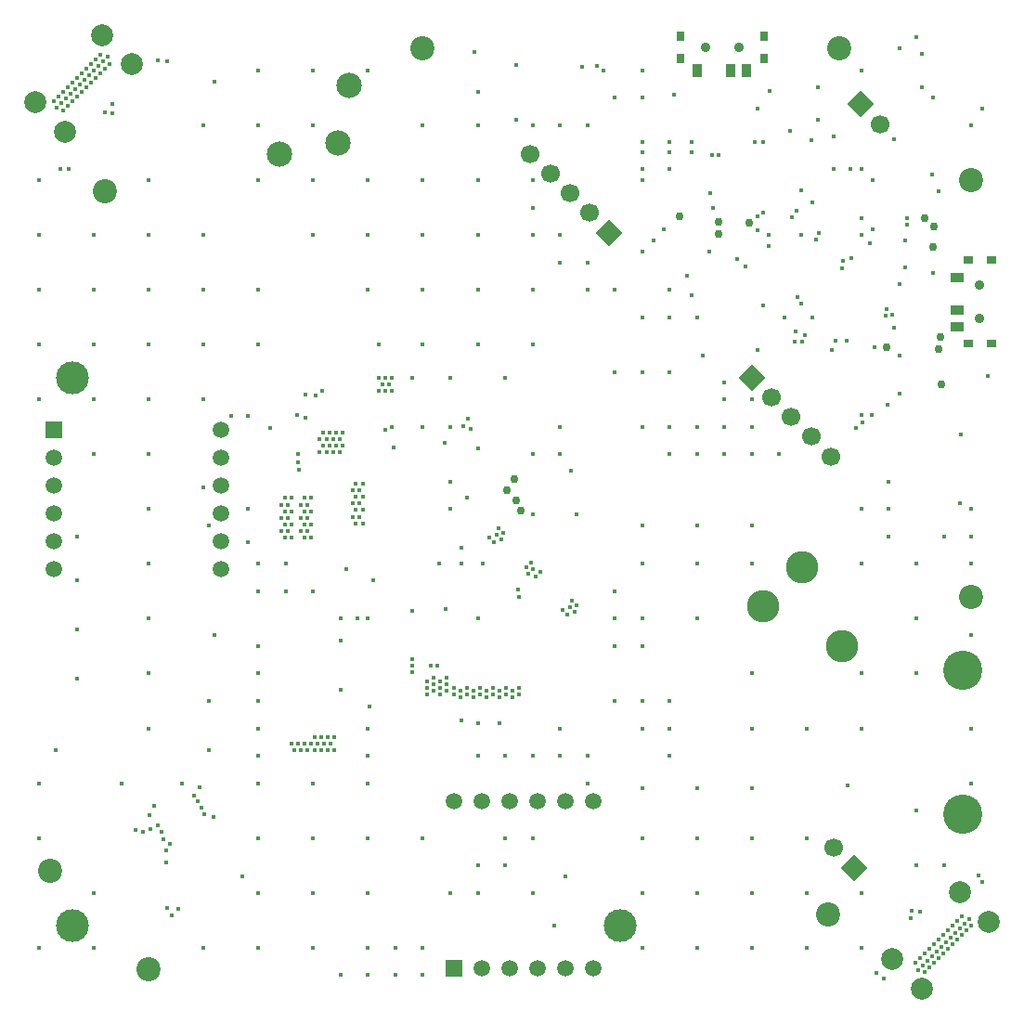
<source format=gbr>
%TF.GenerationSoftware,KiCad,Pcbnew,7.0.10*%
%TF.CreationDate,2025-08-26T16:00:25+02:00*%
%TF.ProjectId,BQ2xxxx,42513278-7878-4782-9e6b-696361645f70,rev?*%
%TF.SameCoordinates,Original*%
%TF.FileFunction,Soldermask,Bot*%
%TF.FilePolarity,Negative*%
%FSLAX46Y46*%
G04 Gerber Fmt 4.6, Leading zero omitted, Abs format (unit mm)*
G04 Created by KiCad (PCBNEW 7.0.10) date 2025-08-26 16:00:25*
%MOMM*%
%LPD*%
G01*
G04 APERTURE LIST*
G04 Aperture macros list*
%AMHorizOval*
0 Thick line with rounded ends*
0 $1 width*
0 $2 $3 position (X,Y) of the first rounded end (center of the circle)*
0 $4 $5 position (X,Y) of the second rounded end (center of the circle)*
0 Add line between two ends*
20,1,$1,$2,$3,$4,$5,0*
0 Add two circle primitives to create the rounded ends*
1,1,$1,$2,$3*
1,1,$1,$4,$5*%
%AMRotRect*
0 Rectangle, with rotation*
0 The origin of the aperture is its center*
0 $1 length*
0 $2 width*
0 $3 Rotation angle, in degrees counterclockwise*
0 Add horizontal line*
21,1,$1,$2,0,0,$3*%
G04 Aperture macros list end*
%ADD10C,3.000000*%
%ADD11C,2.200000*%
%ADD12R,1.500000X1.500000*%
%ADD13C,1.500000*%
%ADD14RotRect,1.700000X1.700000X225.000000*%
%ADD15HorizOval,1.700000X0.000000X0.000000X0.000000X0.000000X0*%
%ADD16C,3.580000*%
%ADD17RotRect,1.700000X1.700000X45.000000*%
%ADD18HorizOval,1.700000X0.000000X0.000000X0.000000X0.000000X0*%
%ADD19C,2.010000*%
%ADD20C,2.949000*%
%ADD21C,2.304000*%
%ADD22C,0.900000*%
%ADD23R,1.250000X0.900000*%
%ADD24R,0.900000X0.800000*%
%ADD25R,0.900000X1.250000*%
%ADD26R,0.800000X0.900000*%
%ADD27C,0.450000*%
%ADD28C,0.750000*%
G04 APERTURE END LIST*
D10*
%TO.C,FID1*%
X24800000Y-102600000D03*
%TD*%
D11*
%TO.C,H2*%
X106800000Y-34600000D03*
%TD*%
D12*
%TO.C,U4*%
X59660000Y-106500000D03*
D13*
X62200000Y-106500000D03*
X64740000Y-106500000D03*
X67280000Y-106500000D03*
X69820000Y-106500000D03*
X72360000Y-106500000D03*
X72360000Y-91260000D03*
X69820000Y-91260000D03*
X67280000Y-91260000D03*
X64740000Y-91260000D03*
X62200000Y-91260000D03*
X59660000Y-91260000D03*
%TD*%
D11*
%TO.C,H3*%
X94800000Y-22600000D03*
%TD*%
D10*
%TO.C,FID3*%
X24800000Y-52600000D03*
%TD*%
D14*
%TO.C,J9*%
X96101561Y-97301562D03*
D15*
X94305510Y-95505511D03*
%TD*%
D11*
%TO.C,H5*%
X22800000Y-97600000D03*
%TD*%
D12*
%TO.C,U3*%
X23160000Y-57400000D03*
D13*
X23160000Y-59940000D03*
X23160000Y-62480000D03*
X23160000Y-65020000D03*
X23160000Y-67560000D03*
X23160000Y-70100000D03*
X38400000Y-70100000D03*
X38400000Y-67560000D03*
X38400000Y-65020000D03*
X38400000Y-62480000D03*
X38400000Y-59940000D03*
X38400000Y-57400000D03*
%TD*%
D16*
%TO.C,J7*%
X105997500Y-92435250D03*
X105997500Y-79295250D03*
%TD*%
D14*
%TO.C,J5*%
X73796051Y-39396051D03*
D15*
X72000000Y-37600000D03*
X70203949Y-35803949D03*
X68407897Y-34007897D03*
X66611846Y-32211846D03*
%TD*%
D11*
%TO.C,H4*%
X56800000Y-22600000D03*
%TD*%
%TO.C,H7*%
X27800000Y-35600000D03*
%TD*%
D17*
%TO.C,J6*%
X96698439Y-27698439D03*
D18*
X98494490Y-29494490D03*
%TD*%
D11*
%TO.C,H1*%
X106800000Y-72600000D03*
%TD*%
D19*
%TO.C,J4*%
X24153073Y-30162475D03*
X21466067Y-27475470D03*
X27575470Y-21366067D03*
X30262475Y-24053073D03*
%TD*%
D17*
%TO.C,J2*%
X86807898Y-52607898D03*
D18*
X88603949Y-54403949D03*
X90400000Y-56200000D03*
X92196052Y-57996052D03*
X93992103Y-59792103D03*
%TD*%
D20*
%TO.C,BT2*%
X91414894Y-69910017D03*
X87822792Y-73502119D03*
X95006997Y-77094222D03*
%TD*%
D21*
%TO.C,BT1*%
X49059198Y-31231276D03*
X43759433Y-32217690D03*
X50045612Y-25931511D03*
%TD*%
D11*
%TO.C,H6*%
X31800000Y-106600000D03*
%TD*%
D19*
%TO.C,J1*%
X105746927Y-99537525D03*
X108433933Y-102224530D03*
X102324530Y-108333933D03*
X99637525Y-105646927D03*
%TD*%
D11*
%TO.C,H8*%
X93800000Y-101600000D03*
%TD*%
D10*
%TO.C,FID2*%
X74800000Y-102600000D03*
%TD*%
D22*
%TO.C,J8*%
X107600000Y-44200000D03*
X107600000Y-47200000D03*
D23*
X105525000Y-43450000D03*
X105525000Y-46450000D03*
X105525000Y-47950000D03*
D24*
X106550000Y-41900000D03*
X108650000Y-41900000D03*
X108650000Y-49500000D03*
X106550000Y-49500000D03*
%TD*%
D22*
%TO.C,J3*%
X82600000Y-22500000D03*
X85600000Y-22500000D03*
D25*
X81850000Y-24575000D03*
X84850000Y-24575000D03*
X86350000Y-24575000D03*
D26*
X80300000Y-23550000D03*
X80300000Y-21450000D03*
X87900000Y-21450000D03*
X87900000Y-23550000D03*
%TD*%
D27*
X46300001Y-64200001D03*
X46000001Y-63600002D03*
X46000001Y-64800000D03*
X46000001Y-66000002D03*
X46600000Y-67200000D03*
X45700001Y-64200001D03*
X46600001Y-66000002D03*
X45700001Y-66600001D03*
X46000001Y-67200000D03*
X46300001Y-66600001D03*
X46600001Y-64800000D03*
X45700001Y-65400001D03*
X46600000Y-63600002D03*
X46300001Y-65400001D03*
X98200000Y-106900000D03*
X101300000Y-101900000D03*
X21800000Y-39600000D03*
X44200000Y-63600000D03*
X87300000Y-28100000D03*
X36800000Y-104600000D03*
X102300000Y-26100000D03*
X66800000Y-39600000D03*
X76800000Y-74600000D03*
X88400000Y-26475000D03*
X66800000Y-59600000D03*
X99800000Y-30900000D03*
X103800000Y-35600000D03*
X81300000Y-31100000D03*
X26560662Y-23990813D03*
X48100000Y-86599999D03*
X27409190Y-23142285D03*
X41800000Y-89600000D03*
X23378680Y-28021320D03*
X32639443Y-93459166D03*
X57800000Y-81200000D03*
X51000000Y-62900001D03*
X101800000Y-79600000D03*
X105348528Y-103251471D03*
X76800000Y-41100000D03*
X41800000Y-77100000D03*
X24439339Y-27809188D03*
X77800000Y-40100000D03*
X44799999Y-64799998D03*
X40800000Y-64600000D03*
X74300000Y-52100000D03*
X76800000Y-34600000D03*
X49200000Y-58200000D03*
D28*
X80200000Y-37900000D03*
D27*
X51299999Y-62300002D03*
X48600000Y-58200000D03*
X51800000Y-34600000D03*
X101800000Y-69600000D03*
X87300000Y-39200000D03*
X44500000Y-64199999D03*
X66800000Y-87100000D03*
X95800000Y-33600000D03*
X65600000Y-80900000D03*
X69300000Y-59600000D03*
X74300000Y-27100000D03*
X46800000Y-89600000D03*
X53981381Y-57109311D03*
X89800000Y-47100000D03*
X55800000Y-52600000D03*
X48900000Y-58799999D03*
X25287867Y-26960659D03*
X40800000Y-67600000D03*
X40800000Y-56100000D03*
X64400002Y-80900000D03*
X46800000Y-99600000D03*
X61800000Y-84100000D03*
X71800000Y-44600000D03*
X104300000Y-67100000D03*
X31900000Y-92500000D03*
X44799998Y-65999997D03*
X24015075Y-28233452D03*
X41800000Y-94600000D03*
X48400000Y-86000000D03*
X44800000Y-63600000D03*
X36800000Y-39600000D03*
X26800000Y-54600000D03*
X96800000Y-64600000D03*
X58800000Y-58600000D03*
X105984924Y-103463603D03*
X58400002Y-80300000D03*
X99800000Y-48100000D03*
X65300000Y-29100000D03*
X67500000Y-70300000D03*
X91800000Y-99600000D03*
X84300000Y-57100000D03*
X79300000Y-59600000D03*
X42900000Y-57200000D03*
X92800000Y-29100000D03*
X56800000Y-94600000D03*
X49300000Y-81100000D03*
X24651473Y-26748529D03*
X25300000Y-80100000D03*
X49500000Y-58799999D03*
X54000000Y-52600003D03*
X102378678Y-106221319D03*
X65475871Y-71908104D03*
X106197056Y-102402943D03*
X47200000Y-86000000D03*
X41800000Y-44600000D03*
X25300000Y-75600000D03*
X62875736Y-67175736D03*
X46800000Y-29600000D03*
X65000002Y-81800000D03*
X84300000Y-59600000D03*
X54168274Y-59000458D03*
X66800000Y-65100000D03*
X50700000Y-62300002D03*
X63512131Y-66963605D03*
X53400001Y-52600003D03*
X59300000Y-57100000D03*
X106833452Y-102615075D03*
X27833452Y-24415076D03*
X66439336Y-70512131D03*
X69300000Y-84600000D03*
X76800000Y-52100000D03*
X100975000Y-38704078D03*
X48600000Y-59400000D03*
X106800000Y-84600000D03*
X59300000Y-99600000D03*
X26772793Y-24627209D03*
X87800000Y-31100000D03*
X41800000Y-24600000D03*
X47600000Y-53795001D03*
X63200000Y-80900000D03*
X71800000Y-89600000D03*
X25300000Y-71100000D03*
X70636395Y-73987869D03*
X63800000Y-84100000D03*
X44300000Y-69600000D03*
X46900000Y-86599999D03*
X100800000Y-42600000D03*
X46800000Y-104600000D03*
X61800000Y-49600000D03*
X23802944Y-27597057D03*
X25712131Y-26536395D03*
X31800000Y-74600000D03*
X61800000Y-59100000D03*
X63200000Y-81500000D03*
X31800000Y-44600000D03*
X103439341Y-104312133D03*
X31800000Y-84600000D03*
X98986724Y-46998967D03*
X64300000Y-97100000D03*
X21800000Y-104600000D03*
X99300000Y-62100000D03*
X79300000Y-33600000D03*
X104712133Y-103039340D03*
X66800000Y-37100000D03*
X57200002Y-81500000D03*
X60500000Y-57000000D03*
X102590811Y-106857715D03*
X105136397Y-102615076D03*
X33900000Y-101700000D03*
X36800000Y-29600000D03*
X45400000Y-60300000D03*
X48100000Y-85400001D03*
X26800000Y-104600000D03*
X69575736Y-73775736D03*
X76800000Y-77100000D03*
X47800000Y-86000000D03*
X76800000Y-99600000D03*
X90300000Y-30100000D03*
X51900000Y-82600000D03*
X70300000Y-61100000D03*
X21800000Y-89600000D03*
X56800000Y-44600000D03*
X26800000Y-39600000D03*
X76800000Y-90100000D03*
X63724265Y-66327204D03*
X61800000Y-26600000D03*
X41800000Y-72100000D03*
X105984925Y-101766548D03*
X64148529Y-66751468D03*
X59300000Y-62100000D03*
X28257716Y-23990812D03*
X60300000Y-83900000D03*
X41800000Y-49600000D03*
X96800000Y-99600000D03*
X61800000Y-44600000D03*
X54300000Y-107100000D03*
X48700000Y-86599999D03*
X24863605Y-25687869D03*
X66800000Y-49600000D03*
X27621322Y-23778681D03*
X57800000Y-80000000D03*
X26800000Y-49600000D03*
X92300000Y-36600000D03*
X46000000Y-86000001D03*
X48700000Y-85400001D03*
X44800000Y-86000001D03*
X47500000Y-85400001D03*
X96800000Y-104600000D03*
X51800000Y-39600000D03*
X47500000Y-86599999D03*
X81800000Y-99600000D03*
X43899998Y-66599996D03*
X100300000Y-22600000D03*
X61200000Y-57300000D03*
X66800000Y-29600000D03*
D28*
X99100000Y-49800000D03*
D27*
X53400000Y-53800001D03*
X97800000Y-39100000D03*
X76800000Y-27100000D03*
X88300000Y-39600000D03*
X57200002Y-80300000D03*
X26136397Y-24415077D03*
X60800000Y-63600000D03*
X82900000Y-41100000D03*
X45100000Y-86600000D03*
X41800000Y-87100000D03*
X61400001Y-81800001D03*
X103863603Y-105584923D03*
X51800000Y-74600000D03*
X106800000Y-29600000D03*
X32600000Y-23700000D03*
D28*
X103400000Y-38800000D03*
D27*
X31800000Y-39600000D03*
X41800000Y-29600000D03*
X98800000Y-107400000D03*
X51800000Y-89600000D03*
X88300000Y-40600000D03*
X64300000Y-52600000D03*
X41800000Y-104600000D03*
X94300000Y-30600000D03*
X68800000Y-102600000D03*
X79700000Y-26775000D03*
X60800000Y-80900000D03*
X96800000Y-69600000D03*
X107800000Y-98600000D03*
X44199998Y-65999997D03*
X100800000Y-40100000D03*
X102166548Y-105584924D03*
X61800000Y-87100000D03*
X45400000Y-86000001D03*
X56800000Y-29600000D03*
X49800000Y-70100000D03*
X85500000Y-41800000D03*
X58400002Y-81500000D03*
X86800000Y-94600000D03*
X84300000Y-54600000D03*
X86800000Y-99600000D03*
X44499998Y-66599996D03*
X26800000Y-44600000D03*
X71800000Y-42100000D03*
X59600002Y-81500000D03*
X97700000Y-56000000D03*
X103227207Y-105372791D03*
X47700000Y-58799999D03*
X47400000Y-58200000D03*
X105900000Y-57800000D03*
X26984923Y-25263603D03*
X28045586Y-23354417D03*
X66227204Y-69875735D03*
X25924264Y-25475736D03*
X36800000Y-44600000D03*
X26136395Y-26112131D03*
X59000000Y-80600000D03*
X101400000Y-101200000D03*
X64300000Y-94600000D03*
X60300000Y-68100000D03*
X106800000Y-69600000D03*
X70212131Y-73563605D03*
X104712131Y-104736395D03*
X101800000Y-97100000D03*
X37800000Y-76100000D03*
X86800000Y-104600000D03*
X104500000Y-104100000D03*
X96800000Y-39600000D03*
X87300000Y-37900000D03*
X94100000Y-50100000D03*
X103015077Y-104736397D03*
X62300000Y-69600000D03*
X44200000Y-67200000D03*
X34800000Y-89600000D03*
X29300000Y-89600000D03*
X31800000Y-79600000D03*
X105800000Y-64100000D03*
X37300000Y-66100000D03*
X51800000Y-99600000D03*
X61800000Y-34600000D03*
X51800000Y-94600000D03*
X105560659Y-103887866D03*
X102802942Y-105797055D03*
D28*
X83800000Y-39500000D03*
D27*
X41800000Y-99600000D03*
X103439338Y-106009187D03*
D28*
X65771752Y-64750000D03*
D27*
X71800000Y-87100000D03*
X79300000Y-47100000D03*
X81300000Y-32100000D03*
X37300000Y-86600000D03*
X63300000Y-67600000D03*
X81800000Y-69600000D03*
X45700000Y-86600000D03*
X33416476Y-95765579D03*
X28500000Y-28500000D03*
X51000000Y-64100001D03*
X56800000Y-34600000D03*
X100300000Y-54100000D03*
X51800000Y-44600000D03*
X36800000Y-62600000D03*
X62000002Y-81500000D03*
X61400001Y-81199999D03*
X103200000Y-34100000D03*
X76800000Y-47100000D03*
X66800000Y-94600000D03*
X91800000Y-84600000D03*
X23166548Y-27384925D03*
X21800000Y-34600000D03*
X50700000Y-65900000D03*
X66800000Y-99600000D03*
X97800000Y-34600000D03*
X101800000Y-92100000D03*
X91800000Y-104600000D03*
X101800000Y-74600000D03*
X69300000Y-39600000D03*
X106800000Y-64600000D03*
X25712133Y-24839341D03*
X62000002Y-80900000D03*
X52800000Y-52600002D03*
X95500000Y-89800000D03*
X79300000Y-82100000D03*
X96800000Y-33600000D03*
X49200000Y-59400000D03*
X21800000Y-49600000D03*
X79300000Y-57100000D03*
X46800000Y-94600000D03*
X79300000Y-52100000D03*
X31800000Y-49600000D03*
X99300000Y-67100000D03*
X48000000Y-59400000D03*
X92800000Y-26100000D03*
X76800000Y-104600000D03*
X31800000Y-64600000D03*
X91300000Y-35500000D03*
X48300000Y-58799999D03*
X36400000Y-90000000D03*
X49300000Y-76600000D03*
X69800000Y-98100000D03*
X76800000Y-84600000D03*
X96800000Y-84600000D03*
X101954414Y-106645583D03*
X96300000Y-57200000D03*
X83000000Y-35800000D03*
X87800000Y-37600000D03*
X70424265Y-72927204D03*
X50400000Y-64100001D03*
X53100000Y-53200002D03*
X76800000Y-69600000D03*
X65000002Y-81200000D03*
X84300000Y-53100000D03*
X63936395Y-67387869D03*
X26800000Y-59600000D03*
X81800000Y-47100000D03*
X86800000Y-69600000D03*
X52300000Y-71100000D03*
X87300000Y-50100000D03*
X60200000Y-81800000D03*
X70000000Y-74200000D03*
X100300000Y-50600000D03*
X58300000Y-69600000D03*
X105136395Y-104312130D03*
X46800000Y-72100000D03*
X81800000Y-104600000D03*
X83149997Y-32325000D03*
X25075736Y-26324264D03*
X106800000Y-89600000D03*
X76800000Y-24600000D03*
X105772792Y-102827207D03*
X86800000Y-59600000D03*
X26560659Y-25687867D03*
X80900000Y-43300000D03*
X41800000Y-79600000D03*
X31800000Y-54600000D03*
X37711417Y-92653881D03*
X30600000Y-93900000D03*
X24015076Y-26536397D03*
X50700000Y-64700002D03*
X54300000Y-104600000D03*
X58900000Y-73700000D03*
X21800000Y-94600000D03*
X46800000Y-34600000D03*
X61800000Y-74600000D03*
X69300000Y-42100000D03*
X76800000Y-82100000D03*
X61800000Y-39600000D03*
X81800000Y-57100000D03*
X51300000Y-64700002D03*
X61800000Y-97100000D03*
X44800000Y-67200000D03*
X55800000Y-73900000D03*
X27409188Y-24839340D03*
X70800000Y-65100000D03*
X67075736Y-70724264D03*
X37300000Y-82100000D03*
X26984926Y-23566549D03*
X83300000Y-37100000D03*
X21800000Y-39600000D03*
X46900000Y-85400001D03*
X71300000Y-24300000D03*
X74300000Y-74600000D03*
X65600000Y-81500000D03*
X96800000Y-38100000D03*
X69300000Y-87100000D03*
X63800001Y-81800001D03*
X53700000Y-53200002D03*
X76800000Y-33600000D03*
X104924264Y-103675736D03*
X24227208Y-27172793D03*
X59000000Y-81200000D03*
X69300000Y-57100000D03*
X57800000Y-80600000D03*
X106409188Y-103039339D03*
X51800000Y-24600000D03*
X58400002Y-80900000D03*
X49300000Y-74600000D03*
X56800000Y-107100000D03*
X76800000Y-31100000D03*
X57200002Y-80900000D03*
X47400000Y-59400000D03*
X103015074Y-106433452D03*
X105560661Y-102190812D03*
X46800000Y-39600000D03*
X81800000Y-59600000D03*
X41800000Y-34600000D03*
X44499999Y-65399998D03*
X51300000Y-63500000D03*
X56800000Y-104600000D03*
X26348528Y-25051472D03*
X104075736Y-104524264D03*
X48000000Y-58200000D03*
X46300000Y-86600000D03*
D28*
X65178280Y-61900000D03*
D27*
X104300000Y-97100000D03*
X52800000Y-53800001D03*
X59300000Y-64600000D03*
X76800000Y-32100000D03*
X66863600Y-70087867D03*
X104287869Y-103463604D03*
X94300000Y-33600000D03*
X52800000Y-49600000D03*
X48900001Y-57600001D03*
X24863603Y-27384924D03*
X63800001Y-81199999D03*
X23300000Y-86600000D03*
X103300000Y-27100000D03*
X92300000Y-47100000D03*
X74300000Y-72100000D03*
X62600002Y-81200000D03*
X79300000Y-87100000D03*
X54000000Y-53800001D03*
X74300000Y-82100000D03*
X99200000Y-55100000D03*
X60200000Y-81200000D03*
X56800000Y-39600000D03*
X107800000Y-28100000D03*
X103863605Y-103887869D03*
X59300000Y-52600000D03*
X101800000Y-21600000D03*
X96800000Y-24600000D03*
X51800000Y-107100000D03*
X81800000Y-74600000D03*
X106621320Y-101978680D03*
X46600000Y-86000000D03*
X40300000Y-98100000D03*
X92200000Y-31000000D03*
X44199999Y-64799998D03*
X65300000Y-24100000D03*
X86800000Y-90100000D03*
X100300000Y-44100000D03*
X60800000Y-81500000D03*
X36800000Y-49600000D03*
X26800000Y-99600000D03*
X79300000Y-84600000D03*
X45300000Y-56000000D03*
X50700000Y-63500000D03*
X104287867Y-105160659D03*
D28*
X104100000Y-53200000D03*
D27*
X31800000Y-69600000D03*
X44300000Y-72100000D03*
X102590812Y-105160660D03*
X90821232Y-48421232D03*
X81300000Y-45100000D03*
X101742284Y-106009188D03*
X51000000Y-65300001D03*
X106800000Y-76100000D03*
X86800000Y-84600000D03*
X78800000Y-39100000D03*
X70848529Y-73351468D03*
X39300000Y-56100000D03*
X25500000Y-25900000D03*
X76800000Y-57100000D03*
X95144635Y-41950385D03*
X64300000Y-87100000D03*
X43900000Y-64199999D03*
X103651472Y-104948528D03*
X61500000Y-22900000D03*
X21800000Y-54600000D03*
X43899999Y-65399998D03*
X86800000Y-66100000D03*
X37800000Y-25600000D03*
X97576358Y-40400000D03*
X103300000Y-43100000D03*
X49500000Y-57600001D03*
X50800000Y-74600000D03*
X86800000Y-54600000D03*
X86800000Y-79600000D03*
X91800000Y-94600000D03*
X21800000Y-44600000D03*
X81800000Y-66100000D03*
X79300000Y-32100000D03*
X74300000Y-77100000D03*
X62600002Y-81800000D03*
X36800000Y-54600000D03*
X50400000Y-65300001D03*
X59600002Y-80900000D03*
X89300000Y-59600000D03*
X82300000Y-50600000D03*
X25287869Y-25263605D03*
X102300000Y-23100000D03*
X51800000Y-104600000D03*
X79300000Y-44600000D03*
D28*
X103300000Y-40700000D03*
D27*
X24439341Y-26112133D03*
X106800000Y-67100000D03*
X23590812Y-26960661D03*
X49300000Y-107100000D03*
X56800000Y-49600000D03*
X76800000Y-94600000D03*
X51800000Y-84600000D03*
X81800000Y-94600000D03*
X61800000Y-99600000D03*
X66800000Y-34600000D03*
X46800000Y-24600000D03*
X99300000Y-64600000D03*
X31800000Y-34600000D03*
X73300000Y-24600000D03*
X59000000Y-80000000D03*
X87800000Y-46000000D03*
X51800000Y-87100000D03*
X27197058Y-24202945D03*
X66800000Y-44600000D03*
X41800000Y-84600000D03*
X74300000Y-44600000D03*
X60300000Y-69600000D03*
D28*
X103800000Y-50000000D03*
D27*
X51299999Y-65900000D03*
X76800000Y-66100000D03*
X64400002Y-81500000D03*
X66651468Y-69451471D03*
X79300000Y-31100000D03*
X96800000Y-79600000D03*
X86800000Y-57100000D03*
X91300000Y-39600000D03*
X69300000Y-29600000D03*
X61800000Y-29600000D03*
X41800000Y-82100000D03*
X92892066Y-39407934D03*
X108300000Y-52500000D03*
X50400000Y-62900001D03*
X24500000Y-33600000D03*
X81800000Y-90100000D03*
X56800000Y-57100000D03*
X48300000Y-57600000D03*
X91000000Y-45300000D03*
X31800000Y-59600000D03*
X47700000Y-57600000D03*
X71800000Y-29600000D03*
X25300000Y-67100000D03*
X41800000Y-69600000D03*
X102100000Y-101300000D03*
X107500000Y-98000000D03*
X60945235Y-56354765D03*
X45400000Y-59600000D03*
X91649048Y-48711430D03*
X97975000Y-49800000D03*
X31300000Y-94000000D03*
X90900000Y-37375000D03*
X99628425Y-46895413D03*
X47029156Y-54275000D03*
X46100000Y-54125000D03*
X90465213Y-37969575D03*
X99100000Y-46359242D03*
X32267633Y-91700000D03*
X91300000Y-45900000D03*
X46100000Y-56300000D03*
X53400000Y-57400000D03*
X45492462Y-61007538D03*
X34500000Y-101100000D03*
X33500000Y-101000000D03*
X33702179Y-95125000D03*
X33100000Y-94725000D03*
X33000000Y-94000000D03*
X35931526Y-90707821D03*
X36232077Y-91284165D03*
X36592633Y-91825000D03*
X36892633Y-92425000D03*
D28*
X64500000Y-62850000D03*
D27*
X96898487Y-56740950D03*
D28*
X86600000Y-38500000D03*
D27*
X31990411Y-93800000D03*
D28*
X83800000Y-38400000D03*
D27*
X33378768Y-96821232D03*
X87100000Y-31100000D03*
X90700000Y-49300000D03*
X65601041Y-72598959D03*
X95438389Y-49238389D03*
X95850000Y-41750000D03*
X95000000Y-42650000D03*
X94456014Y-49265349D03*
D28*
X104000000Y-48900000D03*
X102600000Y-38100000D03*
D27*
X86200000Y-42500000D03*
X72700000Y-24200000D03*
X83800000Y-32325000D03*
X92655720Y-40013445D03*
X100975000Y-38054075D03*
X91350003Y-49300000D03*
X96831232Y-56031232D03*
X57500000Y-78900000D03*
X55800000Y-78300000D03*
X55800000Y-79500000D03*
X58100000Y-78900000D03*
X55800000Y-78900000D03*
X28500000Y-27700000D03*
X33500000Y-23800000D03*
X27800000Y-28400000D03*
X23700000Y-33600000D03*
D28*
X65300000Y-63800000D03*
M02*

</source>
